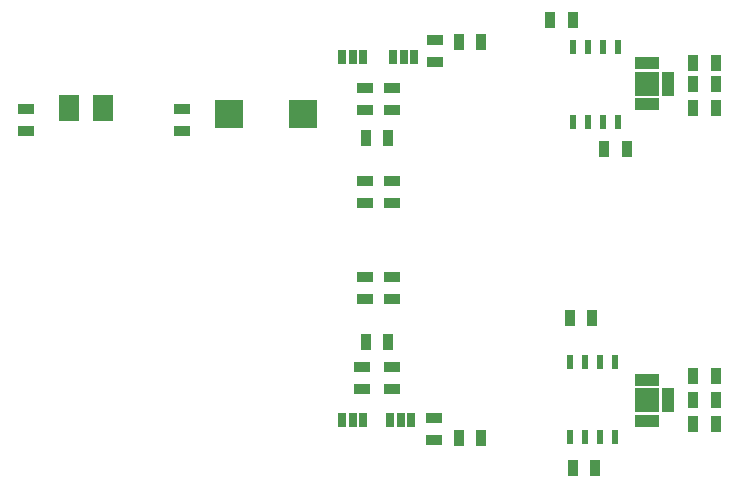
<source format=gtp>
G04 (created by PCBNEW (2013-07-07 BZR 4022)-stable) date 12/7/2014 8:02:24 PM*
%MOIN*%
G04 Gerber Fmt 3.4, Leading zero omitted, Abs format*
%FSLAX34Y34*%
G01*
G70*
G90*
G04 APERTURE LIST*
%ADD10C,0.00590551*%
%ADD11R,0.02X0.045*%
%ADD12R,0.035X0.055*%
%ADD13R,0.055X0.035*%
%ADD14R,0.0933071X0.0956693*%
%ADD15R,0.0708661X0.0877953*%
%ADD16R,0.025X0.05*%
%ADD17R,0.0787402X0.0787402*%
%ADD18R,0.0787402X0.0393701*%
%ADD19R,0.0393701X0.0787402*%
G04 APERTURE END LIST*
G54D10*
G54D11*
X71629Y-65961D03*
X71129Y-65961D03*
X70629Y-65961D03*
X70129Y-65961D03*
X70129Y-63461D03*
X70629Y-63461D03*
X71129Y-63461D03*
X71629Y-63461D03*
X71729Y-55461D03*
X71229Y-55461D03*
X70729Y-55461D03*
X70229Y-55461D03*
X70229Y-52961D03*
X70729Y-52961D03*
X71229Y-52961D03*
X71729Y-52961D03*
G54D12*
X67154Y-52811D03*
X66404Y-52811D03*
X74225Y-64750D03*
X74975Y-64750D03*
X74225Y-63950D03*
X74975Y-63950D03*
G54D13*
X64179Y-54336D03*
X64179Y-55086D03*
G54D12*
X63304Y-56011D03*
X64054Y-56011D03*
X71254Y-56361D03*
X72004Y-56361D03*
X70204Y-52061D03*
X69454Y-52061D03*
X74975Y-55000D03*
X74225Y-55000D03*
X74225Y-53500D03*
X74975Y-53500D03*
G54D13*
X65629Y-53486D03*
X65629Y-52736D03*
X64179Y-57436D03*
X64179Y-58186D03*
X63279Y-58186D03*
X63279Y-57436D03*
X63279Y-54336D03*
X63279Y-55086D03*
G54D12*
X74225Y-54200D03*
X74975Y-54200D03*
X70104Y-62011D03*
X70854Y-62011D03*
X74975Y-65550D03*
X74225Y-65550D03*
X70954Y-67011D03*
X70204Y-67011D03*
X63304Y-62811D03*
X64054Y-62811D03*
G54D13*
X51979Y-55786D03*
X51979Y-55036D03*
X57179Y-55036D03*
X57179Y-55786D03*
X64179Y-64386D03*
X64179Y-63636D03*
G54D12*
X67154Y-66011D03*
X66404Y-66011D03*
G54D13*
X65579Y-65336D03*
X65579Y-66086D03*
X64179Y-61386D03*
X64179Y-60636D03*
X63279Y-60636D03*
X63279Y-61386D03*
X63179Y-64386D03*
X63179Y-63636D03*
G54D14*
X61207Y-55211D03*
X58751Y-55211D03*
G54D15*
X54554Y-55011D03*
X53404Y-55011D03*
G54D16*
X64480Y-65420D03*
X64130Y-65420D03*
X64830Y-65420D03*
X62880Y-65420D03*
X62530Y-65420D03*
X63230Y-65420D03*
X64580Y-53310D03*
X64230Y-53310D03*
X64930Y-53310D03*
X62880Y-53310D03*
X62530Y-53310D03*
X63230Y-53310D03*
G54D17*
X72700Y-64750D03*
G54D18*
X72700Y-64070D03*
G54D19*
X73380Y-64750D03*
G54D18*
X72700Y-65430D03*
G54D17*
X72700Y-54200D03*
G54D18*
X72700Y-53520D03*
G54D19*
X73380Y-54200D03*
G54D18*
X72700Y-54880D03*
M02*

</source>
